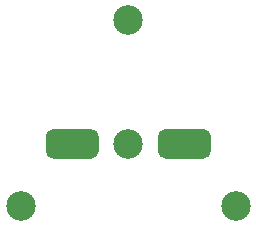
<source format=gts>
G04 #@! TF.GenerationSoftware,KiCad,Pcbnew,(5.1.7)-1*
G04 #@! TF.CreationDate,2022-06-07T01:10:59+02:00*
G04 #@! TF.ProjectId,Kondensator-Adapter-21mm,4b6f6e64-656e-4736-9174-6f722d416461,rev?*
G04 #@! TF.SameCoordinates,Original*
G04 #@! TF.FileFunction,Soldermask,Top*
G04 #@! TF.FilePolarity,Negative*
%FSLAX46Y46*%
G04 Gerber Fmt 4.6, Leading zero omitted, Abs format (unit mm)*
G04 Created by KiCad (PCBNEW (5.1.7)-1) date 2022-06-07 01:10:59*
%MOMM*%
%LPD*%
G01*
G04 APERTURE LIST*
%ADD10C,2.500000*%
G04 APERTURE END LIST*
G36*
G01*
X166264527Y-39555525D02*
X166264527Y-38305525D01*
G75*
G02*
X166889527Y-37680525I625000J0D01*
G01*
X170139527Y-37680525D01*
G75*
G02*
X170764527Y-38305525I0J-625000D01*
G01*
X170764527Y-39555525D01*
G75*
G02*
X170139527Y-40180525I-625000J0D01*
G01*
X166889527Y-40180525D01*
G75*
G02*
X166264527Y-39555525I0J625000D01*
G01*
G37*
G36*
G01*
X175764526Y-39555524D02*
X175764526Y-38305524D01*
G75*
G02*
X176389526Y-37680524I625000J0D01*
G01*
X179639526Y-37680524D01*
G75*
G02*
X180264526Y-38305524I0J-625000D01*
G01*
X180264526Y-39555524D01*
G75*
G02*
X179639526Y-40180524I-625000J0D01*
G01*
X176389526Y-40180524D01*
G75*
G02*
X175764526Y-39555524I0J625000D01*
G01*
G37*
D10*
X182357793Y-44180524D03*
X173264526Y-28430525D03*
X164171259Y-44180524D03*
X173264526Y-38930524D03*
M02*

</source>
